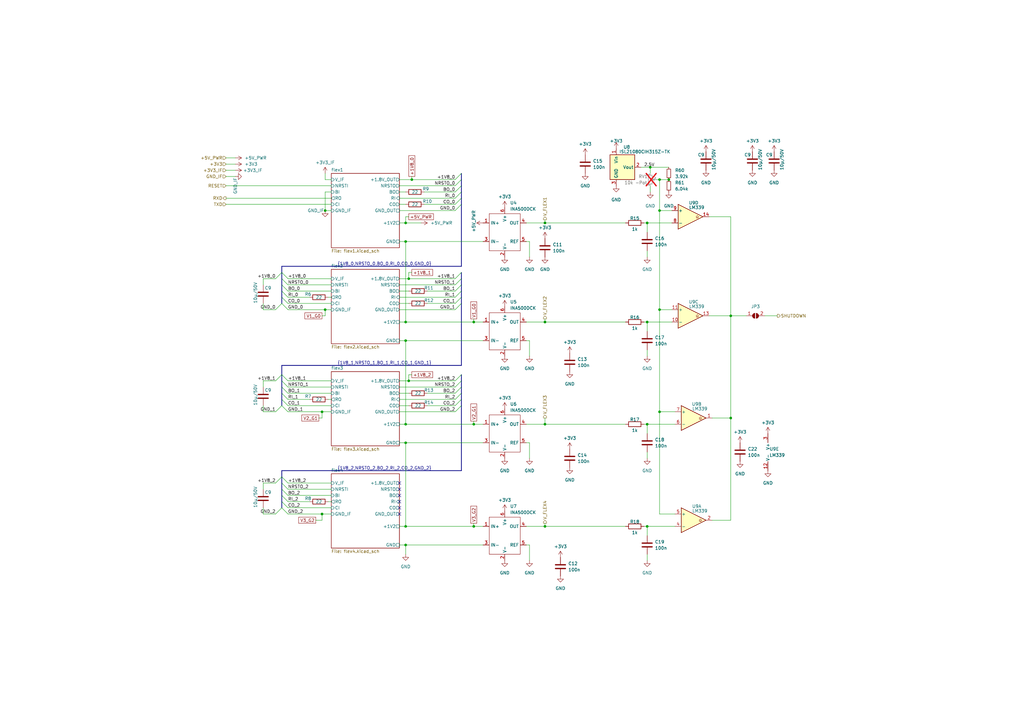
<source format=kicad_sch>
(kicad_sch (version 20231120) (generator "eeschema") (generator_version "8.0")
  (paper "A3")
  (lib_symbols
    (symbol "Comparator:LM339" (pin_names (offset 0.127))
      (property "Reference" "U" (at 0 5.08 0))
      (property "Value" "LM339" (at 0 -5.08 0))
      (symbol "LM339_1_1"
        (pin open_collector line (at 7.62 0 180) (length 2.54) (name "~") (number "2"))
        (pin input line (at -7.62 -2.54 0) (length 2.54) (name "-") (number "4"))
        (pin input line (at -7.62 2.54 0) (length 2.54) (name "+") (number "5"))
      )
      (symbol "LM339_2_1"
        (pin open_collector line (at 7.62 0 180) (length 2.54) (name "~") (number "1"))
        (pin input line (at -7.62 -2.54 0) (length 2.54) (name "-") (number "6"))
        (pin input line (at -7.62 2.54 0) (length 2.54) (name "+") (number "7"))
      )
      (symbol "LM339_3_1"
        (pin input line (at -7.62 -2.54 0) (length 2.54) (name "-") (number "10"))
        (pin input line (at -7.62 2.54 0) (length 2.54) (name "+") (number "11"))
        (pin open_collector line (at 7.62 0 180) (length 2.54) (name "~") (number "13"))
      )
      (symbol "LM339_4_1"
        (pin open_collector line (at 7.62 0 180) (length 2.54) (name "~") (number "14"))
        (pin input line (at -7.62 -2.54 0) (length 2.54) (name "-") (number "8"))
        (pin input line (at -7.62 2.54 0) (length 2.54) (name "+") (number "9"))
      )
      (symbol "LM339_5_1"
        (pin power_in line (at -2.54 -7.62 90) (length 3.81) (name "V-") (number "12"))
        (pin power_in line (at -2.54 7.62 270) (length 3.81) (name "V+") (number "3"))
      )
    )
    (symbol "Device:C" (pin_numbers hide) (pin_names (offset 0.254))
      (property "Reference" "C" (at 0.635 2.54 0))
      (property "Value" "C" (at 0.635 -2.54 0))
      (symbol "C_1_1"
        (pin passive line (at 0 3.81 270) (length 2.794) (name "~") (number "1"))
        (pin passive line (at 0 -3.81 90) (length 2.794) (name "~") (number "2"))
      )
    )
    (symbol "Device:R" (pin_numbers hide) (pin_names (offset 0))
      (property "Reference" "R" (at 2.032 0 90))
      (property "Value" "R" (at 0 0 90))
      (symbol "R_1_1"
        (pin passive line (at 0 3.81 270) (length 1.27) (name "~") (number "1"))
        (pin passive line (at 0 -3.81 90) (length 1.27) (name "~") (number "2"))
      )
    )
    (symbol "Device:R_Potentiometer_Small" (pin_names (offset 1.016) hide)
      (property "Reference" "RV" (at -4.445 0 90))
      (property "Value" "R_Potentiometer_Small" (at -2.54 0 90))
      (symbol "R_Potentiometer_Small_1_1"
        (pin passive line (at 0 2.54 270) (length 0.635) (name "1") (number "1"))
        (pin passive line (at 2.54 0 180) (length 0.9906) (name "2") (number "2"))
        (pin passive line (at 0 -2.54 90) (length 0.635) (name "3") (number "3"))
      )
    )
    (symbol "Device:R_Small" (pin_numbers hide) (pin_names (offset 0.254) hide)
      (property "Reference" "R" (at 0.762 0.508 0))
      (property "Value" "R_Small" (at 0.762 -1.016 0))
      (symbol "R_Small_1_1"
        (pin passive line (at 0 2.54 270) (length 0.762) (name "~") (number "1"))
        (pin passive line (at 0 -2.54 90) (length 0.762) (name "~") (number "2"))
      )
    )
    (symbol "Jumper:SolderJumper_2_Open" (pin_names (offset 0) hide)
      (property "Reference" "JP" (at 0 2.032 0))
      (property "Value" "SolderJumper_2_Open" (at 0 -2.54 0))
      (symbol "SolderJumper_2_Open_1_1"
        (pin passive line (at -3.81 0 0) (length 2.54) (name "A") (number "1"))
        (pin passive line (at 3.81 0 180) (length 2.54) (name "B") (number "2"))
      )
    )
    (symbol "Reference_Voltage:ISL21070CIH320Z-TK"
      (property "Reference" "U" (at -0.635 8.255 0))
      (property "Value" "ISL21070CIH320Z-TK" (at -1.905 6.35 0))
      (symbol "ISL21070CIH320Z-TK_1_1"
        (pin power_in line (at -2.54 7.62 270) (length 2.54) (name "Vin") (number "1"))
        (pin power_out line (at 7.62 0 180) (length 2.54) (name "Vout") (number "2"))
        (pin power_in line (at -2.54 -7.62 90) (length 2.54) (name "GND") (number "3"))
      )
    )
    (symbol "mylib7:+3V3_IF" (power) (pin_names (offset 0))
      (property "Value" "+3V3_IF" (at 0 5.08 0))
      (symbol "+3V3_IF_1_1"
        (pin power_in line (at 0 0 90) (length 0) hide (name "+3V3_IF") (number "1"))
      )
    )
    (symbol "mylib7:+5V_PWR" (power) (pin_names (offset 0))
      (property "Value" "+5V_PWR" (at 0 4.445 0))
      (symbol "+5V_PWR_1_1"
        (pin power_in line (at 0 0 90) (length 0) hide (name "+5V_PWR") (number "1"))
      )
    )
    (symbol "mylib7:GND_IF" (power) (pin_names (offset 0))
      (property "Value" "GND_IF" (at 0 -5.08 0))
      (symbol "GND_IF_1_1"
        (pin power_in line (at 0 0 270) (length 0) hide (name "GND_IF") (number "1"))
      )
    )
    (symbol "mylib7:INA500-DCK"
      (property "Reference" "U" (at 3.81 7.62 0))
      (property "Value" "INA500DCK" (at 7.62 -10.16 0))
      (symbol "INA500-DCK_1_1"
        (pin input line (at -7.62 2.54 0) (length 2.54) (name "IN+") (number "1"))
        (pin input line (at 1.27 -11.43 90) (length 2.54) (name "V-") (number "2"))
        (pin input line (at -7.62 -5.08 0) (length 2.54) (name "IN-") (number "3"))
        (pin input line (at 10.16 2.54 180) (length 2.54) (name "OUT") (number "4"))
        (pin input line (at 10.16 -5.08 180) (length 2.54) (name "REF") (number "5"))
        (pin input line (at 1.27 8.89 270) (length 2.54) (name "V+") (number "6"))
      )
    )
    (symbol "power:+3V3" (power) (pin_names (offset 0))
      (property "Value" "+3V3" (at 0 3.556 0))
      (symbol "+3V3_1_1"
        (pin power_in line (at 0 0 90) (length 0) hide (name "+3V3") (number "1"))
      )
    )
    (symbol "power:GND" (power) (pin_names (offset 0))
      (property "Value" "GND" (at 0 -3.81 0))
      (symbol "GND_1_1"
        (pin power_in line (at 0 0 270) (length 0) hide (name "GND") (number "1"))
      )
    )
  )
  (junction (at 166.37 173.99))
  (junction (at 223.52 173.99))
  (junction (at 132.08 210.82))
  (junction (at 194.31 132.08))
  (junction (at 265.43 215.9))
  (junction (at 270.51 168.91))
  (junction (at 299.72 129.54))
  (junction (at 166.37 91.44))
  (junction (at 266.7 68.58))
  (junction (at 133.35 86.36))
  (junction (at 166.37 99.06))
  (junction (at 133.35 127))
  (junction (at 132.08 168.91))
  (junction (at 223.52 132.08))
  (junction (at 265.43 132.08))
  (junction (at 223.52 91.44))
  (junction (at 223.52 215.9))
  (junction (at 270.51 73.66))
  (junction (at 265.43 173.99))
  (junction (at 166.37 215.9))
  (junction (at 166.37 139.7))
  (junction (at 166.37 181.61))
  (junction (at 270.51 127))
  (junction (at 270.51 86.36))
  (junction (at 274.32 73.66))
  (junction (at 167.64 156.21))
  (junction (at 194.31 215.9))
  (junction (at 194.31 173.99))
  (junction (at 299.72 171.45))
  (junction (at 167.64 114.3))
  (junction (at 265.43 91.44))
  (junction (at 166.37 223.52))
  (junction (at 168.91 73.66))
  (junction (at 166.37 132.08))
  (no_connect (at 163.83 203.2))
  (no_connect (at 163.83 208.28))
  (no_connect (at 163.83 205.74))
  (no_connect (at 163.83 198.12))
  (no_connect (at 163.83 200.66))
  (no_connect (at 163.83 210.82))
  (bus_entry (at 118.11 114.3) (size -2.54 -2.54))
  (bus_entry (at 118.11 158.75) (size -2.54 -2.54))
  (bus_entry (at 186.69 78.74) (size 2.54 -2.54))
  (bus_entry (at 186.69 168.91) (size 2.54 -2.54))
  (bus_entry (at 118.11 163.83) (size -2.54 -2.54))
  (bus_entry (at 113.03 114.3) (size 2.54 -2.54))
  (bus_entry (at 186.69 163.83) (size 2.54 -2.54))
  (bus_entry (at 186.69 73.66) (size 2.54 -2.54))
  (bus_entry (at 186.69 119.38) (size 2.54 -2.54))
  (bus_entry (at 186.69 124.46) (size 2.54 -2.54))
  (bus_entry (at 186.69 76.2) (size 2.54 -2.54))
  (bus_entry (at 118.11 116.84) (size -2.54 -2.54))
  (bus_entry (at 186.69 81.28) (size 2.54 -2.54))
  (bus_entry (at 113.03 156.21) (size 2.54 -2.54))
  (bus_entry (at 186.69 114.3) (size 2.54 -2.54))
  (bus_entry (at 113.03 198.12) (size 2.54 -2.54))
  (bus_entry (at 113.03 127) (size 2.54 -2.54))
  (bus_entry (at 118.11 210.82) (size -2.54 -2.54))
  (bus_entry (at 186.69 86.36) (size 2.54 -2.54))
  (bus_entry (at 118.11 168.91) (size -2.54 -2.54))
  (bus_entry (at 118.11 124.46) (size -2.54 -2.54))
  (bus_entry (at 118.11 166.37) (size -2.54 -2.54))
  (bus_entry (at 186.69 121.92) (size 2.54 -2.54))
  (bus_entry (at 118.11 208.28) (size -2.54 -2.54))
  (bus_entry (at 186.69 127) (size 2.54 -2.54))
  (bus_entry (at 118.11 121.92) (size -2.54 -2.54))
  (bus_entry (at 118.11 161.29) (size -2.54 -2.54))
  (bus_entry (at 186.69 156.21) (size 2.54 -2.54))
  (bus_entry (at 118.11 205.74) (size -2.54 -2.54))
  (bus_entry (at 186.69 116.84) (size 2.54 -2.54))
  (bus_entry (at 118.11 156.21) (size -2.54 -2.54))
  (bus_entry (at 186.69 158.75) (size 2.54 -2.54))
  (bus_entry (at 113.03 168.91) (size 2.54 -2.54))
  (bus_entry (at 118.11 200.66) (size -2.54 -2.54))
  (bus_entry (at 186.69 83.82) (size 2.54 -2.54))
  (bus_entry (at 113.03 210.82) (size 2.54 -2.54))
  (bus_entry (at 186.69 161.29) (size 2.54 -2.54))
  (bus_entry (at 118.11 127) (size -2.54 -2.54))
  (bus_entry (at 186.69 166.37) (size 2.54 -2.54))
  (bus_entry (at 118.11 203.2) (size -2.54 -2.54))
  (bus_entry (at 118.11 198.12) (size -2.54 -2.54))
  (bus_entry (at 118.11 119.38) (size -2.54 -2.54))
  (wire (pts (xy 92.71 81.28) (xy 135.89 81.28)))
  (wire (pts (xy 223.52 171.45) (xy 223.52 173.99)))
  (wire (pts (xy 290.83 88.9) (xy 299.72 88.9)))
  (wire (pts (xy 113.03 198.12) (xy 107.95 198.12)))
  (wire (pts (xy 270.51 73.66) (xy 274.32 73.66)))
  (wire (pts (xy 163.83 158.75) (xy 186.69 158.75)))
  (wire (pts (xy 266.7 76.2) (xy 266.7 78.74)))
  (wire (pts (xy 129.54 213.36) (xy 132.08 213.36)))
  (wire (pts (xy 166.37 139.7) (xy 166.37 173.99)))
  (wire (pts (xy 166.37 99.06) (xy 198.12 99.06)))
  (wire (pts (xy 134.62 205.74) (xy 135.89 205.74)))
  (bus (pts (xy 189.23 73.66) (xy 189.23 76.2)))
  (wire (pts (xy 132.08 168.91) (xy 135.89 168.91)))
  (wire (pts (xy 133.35 86.36) (xy 135.89 86.36)))
  (wire (pts (xy 118.11 121.92) (xy 127 121.92)))
  (wire (pts (xy 299.72 213.36) (xy 292.1 213.36)))
  (wire (pts (xy 168.91 111.76) (xy 167.64 111.76)))
  (wire (pts (xy 217.17 223.52) (xy 215.9 223.52)))
  (bus (pts (xy 115.57 153.67) (xy 115.57 156.21)))
  (wire (pts (xy 118.11 205.74) (xy 127 205.74)))
  (bus (pts (xy 189.23 83.82) (xy 189.23 109.22)))
  (wire (pts (xy 215.9 91.44) (xy 223.52 91.44)))
  (wire (pts (xy 118.11 116.84) (xy 135.89 116.84)))
  (wire (pts (xy 113.03 156.21) (xy 107.95 156.21)))
  (wire (pts (xy 175.26 119.38) (xy 186.69 119.38)))
  (bus (pts (xy 115.57 205.74) (xy 115.57 208.28)))
  (bus (pts (xy 115.57 121.92) (xy 115.57 124.46)))
  (wire (pts (xy 133.35 71.12) (xy 133.35 73.66)))
  (bus (pts (xy 115.57 195.58) (xy 115.57 198.12)))
  (wire (pts (xy 163.83 121.92) (xy 186.69 121.92)))
  (wire (pts (xy 215.9 173.99) (xy 223.52 173.99)))
  (wire (pts (xy 166.37 99.06) (xy 166.37 132.08)))
  (wire (pts (xy 270.51 86.36) (xy 275.59 86.36)))
  (wire (pts (xy 92.71 83.82) (xy 135.89 83.82)))
  (wire (pts (xy 163.83 215.9) (xy 166.37 215.9)))
  (wire (pts (xy 299.72 171.45) (xy 299.72 213.36)))
  (wire (pts (xy 265.43 132.08) (xy 275.59 132.08)))
  (wire (pts (xy 264.16 91.44) (xy 265.43 91.44)))
  (wire (pts (xy 107.95 198.12) (xy 107.95 200.66)))
  (wire (pts (xy 265.43 91.44) (xy 275.59 91.44)))
  (wire (pts (xy 163.83 124.46) (xy 167.64 124.46)))
  (wire (pts (xy 264.16 173.99) (xy 265.43 173.99)))
  (wire (pts (xy 113.03 114.3) (xy 107.95 114.3)))
  (bus (pts (xy 115.57 161.29) (xy 115.57 163.83)))
  (bus (pts (xy 189.23 119.38) (xy 189.23 121.92)))
  (bus (pts (xy 189.23 193.04) (xy 115.57 193.04)))
  (wire (pts (xy 163.83 81.28) (xy 186.69 81.28)))
  (wire (pts (xy 194.31 132.08) (xy 198.12 132.08)))
  (bus (pts (xy 189.23 109.22) (xy 115.57 109.22)))
  (bus (pts (xy 115.57 114.3) (xy 115.57 116.84)))
  (wire (pts (xy 135.89 78.74) (xy 133.35 78.74)))
  (wire (pts (xy 132.08 213.36) (xy 132.08 210.82)))
  (bus (pts (xy 115.57 119.38) (xy 115.57 121.92)))
  (wire (pts (xy 215.9 215.9) (xy 223.52 215.9)))
  (wire (pts (xy 118.11 168.91) (xy 132.08 168.91)))
  (wire (pts (xy 167.64 88.9) (xy 166.37 88.9)))
  (wire (pts (xy 265.43 185.42) (xy 265.43 187.96)))
  (wire (pts (xy 217.17 105.41) (xy 217.17 99.06)))
  (wire (pts (xy 163.83 163.83) (xy 186.69 163.83)))
  (wire (pts (xy 92.71 64.77) (xy 96.52 64.77)))
  (wire (pts (xy 118.11 200.66) (xy 135.89 200.66)))
  (wire (pts (xy 163.83 116.84) (xy 186.69 116.84)))
  (wire (pts (xy 118.11 161.29) (xy 135.89 161.29)))
  (wire (pts (xy 265.43 173.99) (xy 265.43 177.8)))
  (wire (pts (xy 132.08 210.82) (xy 135.89 210.82)))
  (wire (pts (xy 215.9 132.08) (xy 223.52 132.08)))
  (wire (pts (xy 264.16 215.9) (xy 265.43 215.9)))
  (wire (pts (xy 167.64 156.21) (xy 186.69 156.21)))
  (wire (pts (xy 92.71 69.85) (xy 96.52 69.85)))
  (wire (pts (xy 107.95 168.91) (xy 107.95 166.37)))
  (wire (pts (xy 163.83 91.44) (xy 166.37 91.44)))
  (wire (pts (xy 168.91 72.39) (xy 168.91 73.66)))
  (wire (pts (xy 132.08 129.54) (xy 133.35 129.54)))
  (bus (pts (xy 115.57 203.2) (xy 115.57 205.74)))
  (bus (pts (xy 115.57 163.83) (xy 115.57 166.37)))
  (wire (pts (xy 266.7 68.58) (xy 274.32 68.58)))
  (wire (pts (xy 163.83 139.7) (xy 166.37 139.7)))
  (wire (pts (xy 223.52 130.81) (xy 223.52 132.08)))
  (wire (pts (xy 118.11 156.21) (xy 135.89 156.21)))
  (wire (pts (xy 167.64 114.3) (xy 186.69 114.3)))
  (bus (pts (xy 189.23 114.3) (xy 189.23 116.84)))
  (wire (pts (xy 265.43 91.44) (xy 265.43 95.25)))
  (wire (pts (xy 166.37 215.9) (xy 194.31 215.9)))
  (wire (pts (xy 133.35 127) (xy 135.89 127)))
  (wire (pts (xy 175.26 124.46) (xy 186.69 124.46)))
  (wire (pts (xy 167.64 153.67) (xy 167.64 156.21)))
  (wire (pts (xy 107.95 114.3) (xy 107.95 116.84)))
  (wire (pts (xy 118.11 127) (xy 133.35 127)))
  (wire (pts (xy 163.83 161.29) (xy 167.64 161.29)))
  (bus (pts (xy 189.23 158.75) (xy 189.23 161.29)))
  (bus (pts (xy 189.23 71.12) (xy 189.23 73.66)))
  (wire (pts (xy 290.83 129.54) (xy 299.72 129.54)))
  (wire (pts (xy 223.52 91.44) (xy 256.54 91.44)))
  (wire (pts (xy 166.37 91.44) (xy 172.72 91.44)))
  (wire (pts (xy 163.83 83.82) (xy 166.37 83.82)))
  (wire (pts (xy 118.11 114.3) (xy 135.89 114.3)))
  (wire (pts (xy 266.7 68.58) (xy 266.7 71.12)))
  (bus (pts (xy 115.57 149.86) (xy 115.57 153.67)))
  (wire (pts (xy 166.37 88.9) (xy 166.37 91.44)))
  (wire (pts (xy 264.16 132.08) (xy 265.43 132.08)))
  (wire (pts (xy 118.11 158.75) (xy 135.89 158.75)))
  (wire (pts (xy 134.62 163.83) (xy 135.89 163.83)))
  (wire (pts (xy 166.37 181.61) (xy 163.83 181.61)))
  (wire (pts (xy 118.11 208.28) (xy 135.89 208.28)))
  (wire (pts (xy 107.95 210.82) (xy 107.95 208.28)))
  (wire (pts (xy 113.03 127) (xy 107.95 127)))
  (wire (pts (xy 92.71 76.2) (xy 135.89 76.2)))
  (bus (pts (xy 115.57 158.75) (xy 115.57 161.29)))
  (bus (pts (xy 189.23 124.46) (xy 189.23 149.86)))
  (bus (pts (xy 189.23 161.29) (xy 189.23 163.83)))
  (wire (pts (xy 265.43 215.9) (xy 265.43 219.71)))
  (bus (pts (xy 115.57 116.84) (xy 115.57 119.38)))
  (wire (pts (xy 265.43 227.33) (xy 265.43 229.87)))
  (wire (pts (xy 107.95 156.21) (xy 107.95 158.75)))
  (wire (pts (xy 194.31 214.63) (xy 194.31 215.9)))
  (wire (pts (xy 175.26 161.29) (xy 186.69 161.29)))
  (bus (pts (xy 189.23 121.92) (xy 189.23 124.46)))
  (wire (pts (xy 166.37 173.99) (xy 194.31 173.99)))
  (wire (pts (xy 118.11 210.82) (xy 132.08 210.82)))
  (wire (pts (xy 166.37 223.52) (xy 163.83 223.52)))
  (bus (pts (xy 189.23 156.21) (xy 189.23 158.75)))
  (wire (pts (xy 133.35 78.74) (xy 133.35 86.36)))
  (wire (pts (xy 132.08 171.45) (xy 132.08 168.91)))
  (wire (pts (xy 168.91 73.66) (xy 186.69 73.66)))
  (wire (pts (xy 194.31 130.81) (xy 194.31 132.08)))
  (wire (pts (xy 163.83 127) (xy 186.69 127)))
  (bus (pts (xy 189.23 111.76) (xy 189.23 114.3)))
  (wire (pts (xy 118.11 203.2) (xy 135.89 203.2)))
  (wire (pts (xy 270.51 168.91) (xy 276.86 168.91)))
  (bus (pts (xy 189.23 76.2) (xy 189.23 78.74)))
  (wire (pts (xy 118.11 119.38) (xy 135.89 119.38)))
  (wire (pts (xy 194.31 173.99) (xy 198.12 173.99)))
  (wire (pts (xy 265.43 173.99) (xy 276.86 173.99)))
  (wire (pts (xy 223.52 214.63) (xy 223.52 215.9)))
  (wire (pts (xy 270.51 73.66) (xy 270.51 86.36)))
  (wire (pts (xy 299.72 88.9) (xy 299.72 129.54)))
  (wire (pts (xy 118.11 198.12) (xy 135.89 198.12)))
  (wire (pts (xy 163.83 119.38) (xy 167.64 119.38)))
  (wire (pts (xy 133.35 73.66) (xy 135.89 73.66)))
  (bus (pts (xy 189.23 153.67) (xy 189.23 156.21)))
  (wire (pts (xy 269.24 73.66) (xy 270.51 73.66)))
  (wire (pts (xy 175.26 166.37) (xy 186.69 166.37)))
  (bus (pts (xy 189.23 78.74) (xy 189.23 81.28)))
  (wire (pts (xy 118.11 166.37) (xy 135.89 166.37)))
  (wire (pts (xy 163.83 173.99) (xy 166.37 173.99)))
  (wire (pts (xy 113.03 210.82) (xy 107.95 210.82)))
  (wire (pts (xy 270.51 168.91) (xy 270.51 210.82)))
  (wire (pts (xy 134.62 121.92) (xy 135.89 121.92)))
  (wire (pts (xy 270.51 86.36) (xy 270.51 127)))
  (wire (pts (xy 223.52 215.9) (xy 256.54 215.9)))
  (wire (pts (xy 166.37 227.33) (xy 166.37 223.52)))
  (wire (pts (xy 163.83 166.37) (xy 167.64 166.37)))
  (wire (pts (xy 265.43 215.9) (xy 276.86 215.9)))
  (wire (pts (xy 265.43 102.87) (xy 265.43 105.41)))
  (wire (pts (xy 92.71 67.31) (xy 96.52 67.31)))
  (wire (pts (xy 173.99 83.82) (xy 186.69 83.82)))
  (wire (pts (xy 163.83 168.91) (xy 186.69 168.91)))
  (bus (pts (xy 189.23 163.83) (xy 189.23 166.37)))
  (wire (pts (xy 163.83 78.74) (xy 166.37 78.74)))
  (wire (pts (xy 92.71 72.39) (xy 96.52 72.39)))
  (wire (pts (xy 133.35 129.54) (xy 133.35 127)))
  (wire (pts (xy 299.72 129.54) (xy 299.72 171.45)))
  (bus (pts (xy 115.57 193.04) (xy 115.57 195.58)))
  (bus (pts (xy 115.57 156.21) (xy 115.57 158.75)))
  (wire (pts (xy 217.17 229.87) (xy 217.17 223.52)))
  (wire (pts (xy 173.99 78.74) (xy 186.69 78.74)))
  (bus (pts (xy 189.23 116.84) (xy 189.23 119.38)))
  (wire (pts (xy 217.17 187.96) (xy 217.17 181.61)))
  (wire (pts (xy 166.37 99.06) (xy 163.83 99.06)))
  (bus (pts (xy 115.57 200.66) (xy 115.57 203.2)))
  (wire (pts (xy 163.83 114.3) (xy 167.64 114.3)))
  (wire (pts (xy 265.43 132.08) (xy 265.43 135.89)))
  (wire (pts (xy 163.83 86.36) (xy 186.69 86.36)))
  (wire (pts (xy 270.51 210.82) (xy 276.86 210.82)))
  (wire (pts (xy 166.37 139.7) (xy 198.12 139.7)))
  (wire (pts (xy 166.37 223.52) (xy 198.12 223.52)))
  (wire (pts (xy 118.11 163.83) (xy 127 163.83)))
  (wire (pts (xy 265.43 143.51) (xy 265.43 146.05)))
  (wire (pts (xy 163.83 156.21) (xy 167.64 156.21)))
  (wire (pts (xy 223.52 173.99) (xy 256.54 173.99)))
  (wire (pts (xy 130.81 171.45) (xy 132.08 171.45)))
  (wire (pts (xy 292.1 171.45) (xy 299.72 171.45)))
  (wire (pts (xy 113.03 168.91) (xy 107.95 168.91)))
  (wire (pts (xy 194.31 215.9) (xy 198.12 215.9)))
  (wire (pts (xy 217.17 146.05) (xy 217.17 139.7)))
  (wire (pts (xy 217.17 181.61) (xy 215.9 181.61)))
  (wire (pts (xy 270.51 127) (xy 275.59 127)))
  (bus (pts (xy 189.23 166.37) (xy 189.23 193.04)))
  (bus (pts (xy 189.23 81.28) (xy 189.23 83.82)))
  (wire (pts (xy 163.83 132.08) (xy 166.37 132.08)))
  (wire (pts (xy 163.83 76.2) (xy 186.69 76.2)))
  (wire (pts (xy 166.37 181.61) (xy 166.37 215.9)))
  (wire (pts (xy 194.31 172.72) (xy 194.31 173.99)))
  (bus (pts (xy 115.57 198.12) (xy 115.57 200.66)))
  (wire (pts (xy 313.69 129.54) (xy 318.77 129.54)))
  (wire (pts (xy 167.64 111.76) (xy 167.64 114.3)))
  (wire (pts (xy 107.95 127) (xy 107.95 124.46)))
  (wire (pts (xy 217.17 99.06) (xy 215.9 99.06)))
  (wire (pts (xy 270.51 127) (xy 270.51 168.91)))
  (wire (pts (xy 166.37 132.08) (xy 194.31 132.08)))
  (wire (pts (xy 168.91 153.67) (xy 167.64 153.67)))
  (wire (pts (xy 223.52 90.17) (xy 223.52 91.44)))
  (wire (pts (xy 166.37 181.61) (xy 198.12 181.61)))
  (wire (pts (xy 223.52 132.08) (xy 256.54 132.08)))
  (bus (pts (xy 115.57 109.22) (xy 115.57 111.76)))
  (wire (pts (xy 217.17 139.7) (xy 215.9 139.7)))
  (bus (pts (xy 115.57 111.76) (xy 115.57 114.3)))
  (wire (pts (xy 163.83 73.66) (xy 168.91 73.66)))
  (wire (pts (xy 118.11 124.46) (xy 135.89 124.46)))
  (bus (pts (xy 115.57 149.86) (xy 189.23 149.86)))
  (wire (pts (xy 299.72 129.54) (xy 306.07 129.54)))
  (wire (pts (xy 262.89 68.58) (xy 266.7 68.58)))
  (label "RI_1" (at 186.69 121.92 180))
  (label "BO_1" (at 186.69 119.38 180))
  (label "NRSTO_2" (at 186.69 158.75 180))
  (label "GND_2" (at 118.11 210.82 0))
  (label "RI_2" (at 118.11 205.74 0))
  (label "GND_2" (at 186.69 168.91 180))
  (label "BO_0" (at 186.69 78.74 180))
  (label "RI_0" (at 186.69 81.28 180))
  (label "RI_2" (at 186.69 163.83 180))
  (label "GND_1" (at 118.11 168.91 0))
  (label "+1V8_0" (at 118.11 114.3 0))
  (label "+1V8_2" (at 113.03 198.12 180))
  (label "+1V8_2" (at 186.69 156.21 180))
  (label "CO_2" (at 118.11 208.28 0))
  (label "NRSTO_2" (at 118.11 200.66 0))
  (label "NRSTO_0" (at 118.11 116.84 0))
  (label "CO_1" (at 186.69 124.46 180))
  (label "+1V8_1" (at 113.03 156.21 180))
  (label "NRSTO_0" (at 186.69 76.2 180))
  (label "CO_2" (at 186.69 166.37 180))
  (label "+1V8_1" (at 186.69 114.3 180))
  (label "NRSTO_1" (at 186.69 116.84 180))
  (label "{1V8_2,NRSTO_2,BO_2,RI_2,CO_2,GND_2}" (at 138.43 193.04 0))
  (label "2.5V" (at 264.16 68.58 0))
  (label "RI_0" (at 118.11 121.92 0))
  (label "+1V8_2" (at 118.11 198.12 0))
  (label "GND_0" (at 118.11 127 0))
  (label "{1V8_1,NRSTO_1,BO_1,RI_1,CO_1,GND_1}" (at 138.43 149.86 0))
  (label "BO_0" (at 118.11 119.38 0))
  (label "+1V8_0" (at 186.69 73.66 180))
  (label "NRSTO_1" (at 118.11 158.75 0))
  (label "GND_0" (at 113.03 127 180))
  (label "GND_2" (at 113.03 210.82 180))
  (label "CO_1" (at 118.11 166.37 0))
  (label "{1V8_0,NRSTO_0,BO_0,RI_0,CO_0,GND_0}" (at 138.43 109.22 0))
  (label "CO_0" (at 186.69 83.82 180))
  (label "+1V8_1" (at 118.11 156.21 0))
  (label "RI_1" (at 118.11 163.83 0))
  (label "CO_0" (at 118.11 124.46 0))
  (label "GND_1" (at 186.69 127 180))
  (label "BO_2" (at 186.69 161.29 180))
  (label "BO_2" (at 118.11 203.2 0))
  (label "+1V8_0" (at 113.03 114.3 180))
  (label "GND_0" (at 186.69 86.36 180))
  (label "GND_1" (at 113.03 168.91 180))
  (label "BO_1" (at 118.11 161.29 0))
  (global_label "V3_G2" (shape passive) (at 194.31 214.63 90) (property "Intersheetrefs" "${INTERSHEET_REFS}" (effects (hide yes))))
  (global_label "V3_G2" (shape passive) (at 129.54 213.36 180) (property "Intersheetrefs" "${INTERSHEET_REFS}" (effects (hide yes))))
  (global_label "+1V8_1" (shape passive) (at 168.91 111.76 0) (property "Intersheetrefs" "${INTERSHEET_REFS}" (effects (hide yes))))
  (global_label "+1V8_0" (shape passive) (at 168.91 72.39 90) (property "Intersheetrefs" "${INTERSHEET_REFS}" (effects (hide yes))))
  (global_label "V2_G1" (shape passive) (at 130.81 171.45 180) (property "Intersheetrefs" "${INTERSHEET_REFS}" (effects (hide yes))))
  (global_label "V2_G1" (shape passive) (at 194.31 172.72 90) (property "Intersheetrefs" "${INTERSHEET_REFS}" (effects (hide yes))))
  (global_label "V1_G0" (shape passive) (at 194.31 130.81 90) (property "Intersheetrefs" "${INTERSHEET_REFS}" (effects (hide yes))))
  (global_label "V1_G0" (shape passive) (at 132.08 129.54 180) (property "Intersheetrefs" "${INTERSHEET_REFS}" (effects (hide yes))))
  (global_label "+1V8_2" (shape passive) (at 168.91 153.67 0) (property "Intersheetrefs" "${INTERSHEET_REFS}" (effects (hide yes))))
  (global_label "+5V_PWR" (shape passive) (at 167.64 88.9 0) (property "Intersheetrefs" "${INTERSHEET_REFS}" (effects (hide yes))))
  (hierarchical_label "SHUTDOWN" (shape output) (at 318.77 129.54 0))
  (hierarchical_label "V_FLEX2" (shape output) (at 223.52 130.81 90))
  (hierarchical_label "V_FLEX4" (shape output) (at 223.52 214.63 90))
  (hierarchical_label "V_FLEX1" (shape output) (at 223.52 90.17 90))
  (hierarchical_label "RESET" (shape input) (at 92.71 76.2 180))
  (hierarchical_label "+5V_PWR" (shape input) (at 92.71 64.77 180))
  (hierarchical_label "V_FLEX3" (shape output) (at 223.52 171.45 90))
  (hierarchical_label "+3V3" (shape input) (at 92.71 67.31 180))
  (hierarchical_label "+3V3_IF" (shape input) (at 92.71 69.85 180))
  (hierarchical_label "TXD" (shape input) (at 92.71 83.82 180))
  (hierarchical_label "GND_IF" (shape input) (at 92.71 72.39 180))
  (hierarchical_label "RXD" (shape output) (at 92.71 81.28 180))
  (symbol (lib_id "power:GND") (at 274.32 78.74 0) (unit 1)
    (property "Reference" "#PWR0390" (effects (hide yes)))
    (property "Value" "GND" (at 274.32 84.455 0))
  )
  (symbol (lib_id "power:+3V3") (at 233.68 184.15 0) (unit 1)
    (property "Reference" "#PWR065" (effects (hide yes)))
    (property "Value" "+3V3" (at 233.68 179.705 0))
  )
  (symbol (lib_id "power:GND") (at 317.5 69.85 0) (unit 1)
    (property "Reference" "#PWR086" (effects (hide yes)))
    (property "Value" "GND" (at 317.5 74.93 0))
  )
  (symbol (lib_id "Device:C") (at 265.43 139.7 0) (unit 1)
    (property "Reference" "C17" (at 268.605 138.43 0) (effects (justify left)))
    (property "Value" "100n" (at 268.605 140.97 0) (effects (justify left)))
    (property "Footprint" "Capacitor_SMD:C_0603_1608Metric" (effects (hide yes)))
    (property "Distributor" "D" (effects (hide yes)))
    (property "Manufacturer" "CC0603KRX5R9BB104" (effects (hide yes)))
    (property "OrderNr" "311-4046-1-ND" (effects (hide yes)))
  )
  (symbol (lib_id "power:+3V3") (at 252.73 60.96 0) (unit 1)
    (property "Reference" "#PWR069" (effects (hide yes)))
    (property "Value" "+3V3" (at 252.73 57.785 0))
  )
  (symbol (lib_id "Device:C") (at 240.03 67.31 0) (unit 1)
    (property "Reference" "C15" (at 243.205 66.04 0) (effects (justify left)))
    (property "Value" "100n" (at 243.205 68.58 0) (effects (justify left)))
    (property "Footprint" "Capacitor_SMD:C_0603_1608Metric" (effects (hide yes)))
    (property "Manufacturer" "CC0603KRX5R9BB104" (effects (hide yes)))
    (property "Distributor" "D" (effects (hide yes)))
    (property "OrderNr" "311-4046-1-ND" (effects (hide yes)))
  )
  (symbol (lib_id "Device:C") (at 233.68 187.96 0) (unit 1)
    (property "Reference" "C14" (at 236.855 186.69 0) (effects (justify left)))
    (property "Value" "100n" (at 236.855 189.23 0) (effects (justify left)))
    (property "Footprint" "Capacitor_SMD:C_0603_1608Metric" (effects (hide yes)))
    (property "Manufacturer" "CC0603KRX5R9BB104" (effects (hide yes)))
    (property "Distributor" "D" (effects (hide yes)))
    (property "OrderNr" "311-4046-1-ND" (effects (hide yes)))
  )
  (symbol (lib_id "mylib7:INA500-DCK") (at 205.74 93.98 0) (unit 1)
    (property "Reference" "U4" (at 209.2041 83.185 0) (effects (justify left)))
    (property "Value" "INA500DCK" (at 209.2041 85.725 0) (effects (justify left)))
    (property "Footprint" "Package_TO_SOT_SMD:SOT-363_SC-70-6" (effects (hide yes)))
    (property "Distributor" "D" (effects (hide yes)))
    (property "Manufacturer" "INA500AIDCKR" (effects (hide yes)))
    (property "OrderNr" "296-INA500AIDCKRCT-ND" (effects (hide yes)))
  )
  (symbol (lib_id "Device:R") (at 260.35 215.9 90) (unit 1)
    (property "Reference" "R18" (at 260.35 213.995 90))
    (property "Value" "1k" (at 260.35 218.44 90))
    (property "Footprint" "Resistor_SMD:R_0603_1608Metric" (effects (hide yes)))
    (property "Manufacturer" "RCS06031K00FKEA" (effects (hide yes)))
    (property "DK-Partnumber" "541-1.00KHCT-ND" (effects (hide yes)))
    (property "Distributor" "D" (effects (hide yes)))
    (property "OrderNr" "541-2788-1-ND" (effects (hide yes)))
  )
  (symbol (lib_id "Device:R") (at 171.45 124.46 90) (unit 1)
    (property "Reference" "R12" (at 175.895 123.19 90))
    (property "Value" "22" (at 171.45 124.46 90))
    (property "Footprint" "Resistor_SMD:R_0603_1608Metric" (effects (hide yes)))
    (property "Manufacturer" "RK73B1JTTD220J" (effects (hide yes)))
    (property "Distributor" "D" (effects (hide yes)))
    (property "OrderNr" "2019-RK73B1JTTD220JCT-ND" (effects (hide yes)))
  )
  (symbol (lib_id "Device:C") (at 289.56 66.04 0) (mirror y) (unit 1)
    (property "Reference" "C9" (at 288.925 63.5 0) (effects (justify left)))
    (property "Value" "10µ/50V" (at 292.735 69.85 90) (effects (justify left)))
    (property "Footprint" "Capacitor_SMD:C_1206_3216Metric" (effects (hide yes)))
    (property "Distributor" "D" (effects (hide yes)))
    (property "Manufacturer" "CL31A106MBHNNNE" (effects (hide yes)))
    (property "OrderNr" "1276-6736-1-ND" (effects (hide yes)))
    (instances (project "pferdibank" (path "" (reference "C9") (unit 1))) (project "power" (path "" (reference "C20") (unit 1))) (project "8]axe" (path "" (reference "C20") (unit 1))))
  )
  (symbol (lib_id "power:GND") (at 217.17 229.87 0) (unit 1)
    (property "Reference" "#PWR058" (effects (hide yes)))
    (property "Value" "GND" (at 217.17 234.95 0))
  )
  (symbol (lib_id "power:GND") (at 233.68 191.77 0) (unit 1)
    (property "Reference" "#PWR066" (effects (hide yes)))
    (property "Value" "GND" (at 233.68 196.85 0))
  )
  (symbol (lib_id "Comparator:LM339") (at 284.48 171.45 0) (unit 2)
    (property "Reference" "U9" (at 285.75 165.735 0))
    (property "Value" "LM339" (at 287.02 167.64 0))
    (property "Footprint" "Package_SO:SOIC-14_3.9x8.7mm_P1.27mm" (effects (hide yes)))
    (property "Datasheet" "https://www.st.com/resource/en/datasheet/lm139.pdf" (effects (hide yes)))
    (property "Distributor" "D" (effects (hide yes)))
    (property "Manufacturer" "LM339DR" (effects (hide yes)))
    (property "OrderNr" "296-1013-1-ND" (effects (hide yes)))
  )
  (symbol (lib_id "Device:C") (at 308.61 66.04 0) (mirror y) (unit 1)
    (property "Reference" "C9" (at 307.975 63.5 0) (effects (justify left)))
    (property "Value" "10µ/50V" (at 311.785 69.85 90) (effects (justify left)))
    (property "Footprint" "Capacitor_SMD:C_1206_3216Metric" (effects (hide yes)))
    (property "Distributor" "D" (effects (hide yes)))
    (property "Manufacturer" "CL31A106MBHNNNE" (effects (hide yes)))
    (property "OrderNr" "1276-6736-1-ND" (effects (hide yes)))
    (instances (project "pferdibank" (path "" (reference "C9") (unit 1))) (project "power" (path "" (reference "C20") (unit 1))) (project "8]axe" (path "" (reference "C23") (unit 1))))
  )
  (symbol (lib_id "mylib7:INA500-DCK") (at 205.74 218.44 0) (unit 1)
    (property "Reference" "U7" (at 209.2041 207.645 0) (effects (justify left)))
    (property "Value" "INA500DCK" (at 209.2041 210.185 0) (effects (justify left)))
    (property "Footprint" "Package_TO_SOT_SMD:SOT-363_SC-70-6" (effects (hide yes)))
    (property "Distributor" "D" (effects (hide yes)))
    (property "Manufacturer" "INA500AIDCKR" (effects (hide yes)))
    (property "OrderNr" "296-INA500AIDCKRCT-ND" (effects (hide yes)))
  )
  (symbol (lib_id "power:GND") (at 166.37 227.33 0) (unit 1)
    (property "Reference" "#PWR030" (effects (hide yes)))
    (property "Value" "GND" (at 166.37 232.41 0))
  )
  (symbol (lib_id "power:+3V3") (at 314.96 177.8 0) (unit 1)
    (property "Reference" "#PWR083" (effects (hide yes)))
    (property "Value" "+3V3" (at 314.96 173.355 0))
  )
  (symbol (lib_id "Device:C") (at 107.95 162.56 0) (unit 1)
    (property "Reference" "C9" (at 108.585 160.02 0) (effects (justify left)))
    (property "Value" "10µ/50V" (at 104.775 166.37 90) (effects (justify left)))
    (property "Footprint" "Capacitor_SMD:C_1206_3216Metric" (effects (hide yes)))
    (property "Distributor" "D" (effects (hide yes)))
    (property "Manufacturer" "CL31A106MBHNNNE" (effects (hide yes)))
    (property "OrderNr" "1276-6736-1-ND" (effects (hide yes)))
    (instances (project "pferdibank" (path "" (reference "C9") (unit 1))) (project "power" (path "" (reference "C20") (unit 1))) (project "8]axe" (path "" (reference "C9") (unit 1))))
  )
  (symbol (lib_id "power:GND") (at 265.43 105.41 0) (unit 1)
    (property "Reference" "#PWR071" (effects (hide yes)))
    (property "Value" "GND" (at 265.43 110.49 0))
  )
  (symbol (lib_id "power:+3V3") (at 223.52 97.79 0) (unit 1)
    (property "Reference" "#PWR059" (effects (hide yes)))
    (property "Value" "+3V3" (at 223.52 93.345 0))
  )
  (symbol (lib_id "Device:R_Potentiometer_Small") (at 266.7 73.66 0) (unit 1) (in_bom no) (dnp yes)
    (property "Reference" "RV1" (at 265.684 72.39 0) (effects (justify right)))
    (property "Value" "10k -Pot" (at 265.43 74.93 0) (effects (justify right)))
    (property "Footprint" "Potentiometer_SMD:Potentiometer_Bourns_3214X_Vertical" (effects (hide yes)))
    (property "Description" "Potentiometer" (effects (hide yes)))
    (property "Distributor" "D" (effects (hide yes)))
    (property "Manufacturer" "3214X-1-103E" (effects (hide yes)))
    (property "OrderNr" "3214X-1-103ECT-ND" (effects (hide yes)))
  )
  (symbol (lib_id "mylib7:INA500-DCK") (at 205.74 134.62 0) (unit 1)
    (property "Reference" "U5" (at 209.2041 123.825 0) (effects (justify left)))
    (property "Value" "INA500DCK" (at 209.2041 126.365 0) (effects (justify left)))
    (property "Footprint" "Package_TO_SOT_SMD:SOT-363_SC-70-6" (effects (hide yes)))
    (property "Distributor" "D" (effects (hide yes)))
    (property "Manufacturer" "INA500AIDCKR" (effects (hide yes)))
    (property "OrderNr" "296-INA500AIDCKRCT-ND" (effects (hide yes)))
  )
  (symbol (lib_id "Device:C") (at 265.43 223.52 0) (unit 1)
    (property "Reference" "C19" (at 268.605 222.25 0) (effects (justify left)))
    (property "Value" "100n" (at 268.605 224.79 0) (effects (justify left)))
    (property "Footprint" "Capacitor_SMD:C_0603_1608Metric" (effects (hide yes)))
    (property "Distributor" "D" (effects (hide yes)))
    (property "Manufacturer" "CC0603KRX5R9BB104" (effects (hide yes)))
    (property "OrderNr" "311-4046-1-ND" (effects (hide yes)))
  )
  (symbol (lib_id "power:+3V3") (at 229.87 228.6 0) (unit 1)
    (property "Reference" "#PWR061" (effects (hide yes)))
    (property "Value" "+3V3" (at 229.87 224.155 0))
  )
  (symbol (lib_id "Device:R") (at 260.35 173.99 90) (unit 1)
    (property "Reference" "R17" (at 260.35 172.085 90))
    (property "Value" "1k" (at 260.35 176.53 90))
    (property "Footprint" "Resistor_SMD:R_0603_1608Metric" (effects (hide yes)))
    (property "Manufacturer" "RCS06031K00FKEA" (effects (hide yes)))
    (property "DK-Partnumber" "541-1.00KHCT-ND" (effects (hide yes)))
    (property "Distributor" "D" (effects (hide yes)))
    (property "OrderNr" "541-2788-1-ND" (effects (hide yes)))
  )
  (symbol (lib_id "mylib7:+5V_PWR") (at 198.12 91.44 90) (unit 1)
    (property "Reference" "#PWR046" (effects (hide yes)))
    (property "Value" "+5V_PWR" (at 194.31 95.25 0) (effects (justify left)))
  )
  (symbol (lib_id "Device:R") (at 171.45 119.38 90) (unit 1)
    (property "Reference" "R11" (at 175.895 118.11 90))
    (property "Value" "22" (at 171.45 119.38 90))
    (property "Footprint" "Resistor_SMD:R_0603_1608Metric" (effects (hide yes)))
    (property "Manufacturer" "RK73B1JTTD220J" (effects (hide yes)))
    (property "Distributor" "D" (effects (hide yes)))
    (property "OrderNr" "2019-RK73B1JTTD220JCT-ND" (effects (hide yes)))
  )
  (symbol (lib_id "mylib7:+3V3_IF") (at 96.52 69.85 270) (unit 1)
    (property "Reference" "#PWR040" (effects (hide yes)))
    (property "Value" "+3V3_IF" (at 99.695 69.85 90) (effects (justify left)))
  )
  (symbol (lib_id "Device:C") (at 229.87 232.41 0) (unit 1)
    (property "Reference" "C12" (at 233.045 231.14 0) (effects (justify left)))
    (property "Value" "100n" (at 233.045 233.68 0) (effects (justify left)))
    (property "Footprint" "Capacitor_SMD:C_0603_1608Metric" (effects (hide yes)))
    (property "Manufacturer" "CC0603KRX5R9BB104" (effects (hide yes)))
    (property "Distributor" "D" (effects (hide yes)))
    (property "OrderNr" "311-4046-1-ND" (effects (hide yes)))
  )
  (symbol (lib_id "Jumper:SolderJumper_2_Open") (at 309.88 129.54 0) (unit 1)
    (property "Reference" "JP3" (at 309.88 125.73 0))
    (property "Value" "SolderJumper_2_Open" (effects (hide yes)))
    (property "Footprint" "Jumper:SolderJumper-2_P1.3mm_Open_RoundedPad1.0x1.5mm" (effects (hide yes)))
    (property "Distributor" "-" (effects (hide yes)))
  )
  (symbol (lib_id "power:GND") (at 265.43 146.05 0) (unit 1)
    (property "Reference" "#PWR072" (effects (hide yes)))
    (property "Value" "GND" (at 265.43 151.13 0))
  )
  (symbol (lib_id "power:GND") (at 308.61 69.85 0) (unit 1)
    (property "Reference" "#PWR082" (effects (hide yes)))
    (property "Value" "GND" (at 308.61 74.93 0))
  )
  (symbol (lib_id "Device:R") (at 130.81 205.74 90) (unit 1)
    (property "Reference" "R8" (at 126.365 204.47 90))
    (property "Value" "22" (at 130.81 205.74 90))
    (property "Footprint" "Resistor_SMD:R_0603_1608Metric" (effects (hide yes)))
    (property "Manufacturer" "RK73B1JTTD220J" (effects (hide yes)))
    (property "Distributor" "D" (effects (hide yes)))
    (property "OrderNr" "2019-RK73B1JTTD220JCT-ND" (effects (hide yes)))
  )
  (symbol (lib_id "Device:C") (at 317.5 66.04 0) (mirror y) (unit 1)
    (property "Reference" "C9" (at 316.865 63.5 0) (effects (justify left)))
    (property "Value" "10µ/50V" (at 320.675 69.85 90) (effects (justify left)))
    (property "Footprint" "Capacitor_SMD:C_1206_3216Metric" (effects (hide yes)))
    (property "Distributor" "D" (effects (hide yes)))
    (property "Manufacturer" "CL31A106MBHNNNE" (effects (hide yes)))
    (property "OrderNr" "1276-6736-1-ND" (effects (hide yes)))
    (instances (project "pferdibank" (path "" (reference "C9") (unit 1))) (project "power" (path "" (reference "C20") (unit 1))) (project "8]axe" (path "" (reference "C24") (unit 1))))
  )
  (symbol (lib_id "power:+3V3") (at 240.03 63.5 0) (unit 1)
    (property "Reference" "#PWR067" (effects (hide yes)))
    (property "Value" "+3V3" (at 240.03 59.055 0))
  )
  (symbol (lib_id "mylib7:INA500-DCK") (at 205.74 176.53 0) (unit 1)
    (property "Reference" "U6" (at 209.2041 165.735 0) (effects (justify left)))
    (property "Value" "INA500DCK" (at 209.2041 168.275 0) (effects (justify left)))
    (property "Footprint" "Package_TO_SOT_SMD:SOT-363_SC-70-6" (effects (hide yes)))
    (property "Distributor" "D" (effects (hide yes)))
    (property "Manufacturer" "INA500AIDCKR" (effects (hide yes)))
    (property "OrderNr" "296-INA500AIDCKRCT-ND" (effects (hide yes)))
  )
  (symbol (lib_id "power:GND") (at 233.68 152.4 0) (unit 1)
    (property "Reference" "#PWR064" (effects (hide yes)))
    (property "Value" "GND" (at 233.68 157.48 0))
  )
  (symbol (lib_id "Comparator:LM339") (at 283.21 129.54 0) (unit 3)
    (property "Reference" "U9" (at 284.48 123.825 0))
    (property "Value" "LM339" (at 285.75 125.73 0))
    (property "Footprint" "Package_SO:SOIC-14_3.9x8.7mm_P1.27mm" (effects (hide yes)))
    (property "Datasheet" "https://www.st.com/resource/en/datasheet/lm139.pdf" (effects (hide yes)))
    (property "Distributor" "D" (effects (hide yes)))
    (property "Manufacturer" "LM339DR" (effects (hide yes)))
    (property "OrderNr" "296-1013-1-ND" (effects (hide yes)))
  )
  (symbol (lib_id "Device:R") (at 170.18 83.82 90) (unit 1)
    (property "Reference" "R10" (at 175.26 82.55 90))
    (property "Value" "22" (at 170.18 83.82 90))
    (property "Footprint" "Resistor_SMD:R_0603_1608Metric" (effects (hide yes)))
    (property "Manufacturer" "RK73B1JTTD220J" (effects (hide yes)))
    (property "Distributor" "D" (effects (hide yes)))
    (property "OrderNr" "2019-RK73B1JTTD220JCT-ND" (effects (hide yes)))
  )
  (symbol (lib_id "power:GND") (at 217.17 146.05 0) (unit 1)
    (property "Reference" "#PWR056" (effects (hide yes)))
    (property "Value" "GND" (at 217.17 151.13 0))
  )
  (symbol (lib_id "Comparator:LM339") (at 317.5 185.42 0) (unit 5)
    (property "Reference" "U9" (at 315.595 184.15 0) (effects (justify left)))
    (property "Value" "LM339" (at 315.595 186.69 0) (effects (justify left)))
    (property "Footprint" "Package_SO:SOIC-14_3.9x8.7mm_P1.27mm" (effects (hide yes)))
    (property "Datasheet" "https://www.st.com/resource/en/datasheet/lm139.pdf" (effects (hide yes)))
    (property "OrderNr" "296-1013-1-ND" (effects (hide yes)))
    (property "Distributor" "D" (effects (hide yes)))
    (property "Manufacturer" "LM339DR" (effects (hide yes)))
  )
  (symbol (lib_id "power:+3V3") (at 289.56 62.23 0) (unit 1)
    (property "Reference" "#PWR075" (effects (hide yes)))
    (property "Value" "+3V3" (at 289.56 57.785 0))
  )
  (symbol (lib_id "Device:C") (at 107.95 120.65 0) (unit 1)
    (property "Reference" "C9" (at 108.585 118.11 0) (effects (justify left)))
    (property "Value" "10µ/50V" (at 104.775 124.46 90) (effects (justify left)))
    (property "Footprint" "Capacitor_SMD:C_1206_3216Metric" (effects (hide yes)))
    (property "Distributor" "D" (effects (hide yes)))
    (property "Manufacturer" "CL31A106MBHNNNE" (effects (hide yes)))
    (property "OrderNr" "1276-6736-1-ND" (effects (hide yes)))
    (instances (project "pferdibank" (path "" (reference "C9") (unit 1))) (project "power" (path "" (reference "C20") (unit 1))) (project "8]axe" (path "" (reference "C8") (unit 1))))
  )
  (symbol (lib_id "Device:R") (at 130.81 121.92 90) (unit 1)
    (property "Reference" "R6" (at 126.365 120.65 90))
    (property "Value" "22" (at 130.81 121.92 90))
    (property "Footprint" "Resistor_SMD:R_0603_1608Metric" (effects (hide yes)))
    (property "Manufacturer" "RK73B1JTTD220J" (effects (hide yes)))
    (property "Distributor" "D" (effects (hide yes)))
    (property "OrderNr" "2019-RK73B1JTTD220JCT-ND" (effects (hide yes)))
  )
  (symbol (lib_id "power:GND") (at 314.96 193.04 0) (unit 1)
    (property "Reference" "#PWR084" (effects (hide yes)))
    (property "Value" "GND" (at 314.96 198.12 0))
  )
  (symbol (lib_id "power:GND") (at 240.03 71.12 0) (unit 1)
    (property "Reference" "#PWR068" (effects (hide yes)))
    (property "Value" "GND" (at 240.03 76.2 0))
  )
  (symbol (lib_id "power:GND") (at 252.73 76.2 0) (unit 1)
    (property "Reference" "#PWR070" (effects (hide yes)))
    (property "Value" "GND" (at 252.73 81.915 0))
  )
  (symbol (lib_id "Device:C") (at 223.52 101.6 0) (unit 1)
    (property "Reference" "C11" (at 226.695 100.33 0) (effects (justify left)))
    (property "Value" "100n" (at 226.695 102.87 0) (effects (justify left)))
    (property "Footprint" "Capacitor_SMD:C_0603_1608Metric" (effects (hide yes)))
    (property "Manufacturer" "CC0603KRX5R9BB104" (effects (hide yes)))
    (property "Distributor" "D" (effects (hide yes)))
    (property "OrderNr" "311-4046-1-ND" (effects (hide yes)))
  )
  (symbol (lib_id "mylib7:+3V3_IF") (at 133.35 71.12 0) (unit 1)
    (property "Reference" "#PWR042" (effects (hide yes)))
    (property "Value" "+3V3_IF" (at 133.35 66.675 0))
  )
  (symbol (lib_id "Device:C") (at 107.95 204.47 0) (unit 1)
    (property "Reference" "C9" (at 108.585 201.93 0) (effects (justify left)))
    (property "Value" "10µ/50V" (at 104.775 208.28 90) (effects (justify left)))
    (property "Footprint" "Capacitor_SMD:C_1206_3216Metric" (effects (hide yes)))
    (property "Distributor" "D" (effects (hide yes)))
    (property "Manufacturer" "CL31A106MBHNNNE" (effects (hide yes)))
    (property "OrderNr" "1276-6736-1-ND" (effects (hide yes)))
    (instances (project "pferdibank" (path "" (reference "C9") (unit 1))) (project "power" (path "" (reference "C20") (unit 1))) (project "8]axe" (path "" (reference "C10") (unit 1))))
  )
  (symbol (lib_id "Device:R_Small") (at 274.32 76.2 0) (unit 1)
    (property "Reference" "R61" (at 276.86 74.9299 0) (effects (justify left)))
    (property "Value" "6.04k" (at 276.86 77.4699 0) (effects (justify left)))
    (property "Footprint" "Resistor_SMD:R_0805_2012Metric" (effects (hide yes)))
    (property "Description" "Resistor, small symbol" (effects (hide yes)))
    (property "Distributor" "D" (effects (hide yes)))
    (property "Manufacturer" "RC0805FR-076K04L" (effects (hide yes)))
    (property "OrderNr" "311-6.04KCRCT-ND" (effects (hide yes)))
    (property "DK-Partnumber" "311-3.92KHRCT-ND" (effects (hide yes)))
  )
  (symbol (lib_id "power:GND") (at 303.53 189.23 0) (unit 1)
    (property "Reference" "#PWR080" (effects (hide yes)))
    (property "Value" "GND" (at 303.53 194.31 0))
  )
  (symbol (lib_id "Comparator:LM339") (at 283.21 88.9 0) (unit 4)
    (property "Reference" "U9" (at 284.48 83.185 0))
    (property "Value" "LM339" (at 285.75 85.09 0))
    (property "Footprint" "Package_SO:SOIC-14_3.9x8.7mm_P1.27mm" (effects (hide yes)))
    (property "Datasheet" "https://www.st.com/resource/en/datasheet/lm139.pdf" (effects (hide yes)))
    (property "Distributor" "D" (effects (hide yes)))
    (property "Manufacturer" "LM339DR" (effects (hide yes)))
    (property "OrderNr" "296-1013-1-ND" (effects (hide yes)))
  )
  (symbol (lib_id "power:+3V3") (at 308.61 62.23 0) (unit 1)
    (property "Reference" "#PWR081" (effects (hide yes)))
    (property "Value" "+3V3" (at 308.61 57.785 0))
  )
  (symbol (lib_id "power:GND") (at 217.17 105.41 0) (unit 1)
    (property "Reference" "#PWR055" (effects (hide yes)))
    (property "Value" "GND" (at 217.17 110.49 0))
  )
  (symbol (lib_id "Device:C") (at 265.43 181.61 0) (unit 1)
    (property "Reference" "C18" (at 268.605 180.34 0) (effects (justify left)))
    (property "Value" "100n" (at 268.605 182.88 0) (effects (justify left)))
    (property "Footprint" "Capacitor_SMD:C_0603_1608Metric" (effects (hide yes)))
    (property "Distributor" "D" (effects (hide yes)))
    (property "Manufacturer" "CC0603KRX5R9BB104" (effects (hide yes)))
    (property "OrderNr" "311-4046-1-ND" (effects (hide yes)))
  )
  (symbol (lib_id "power:+3V3") (at 207.01 209.55 0) (unit 1)
    (property "Reference" "#PWR053" (effects (hide yes)))
    (property "Value" "+3V3" (at 207.01 205.105 0))
  )
  (symbol (lib_id "power:GND") (at 265.43 229.87 0) (unit 1)
    (property "Reference" "#PWR074" (effects (hide yes)))
    (property "Value" "GND" (at 265.43 234.95 0))
  )
  (symbol (lib_id "power:+3V3") (at 96.52 67.31 270) (unit 1)
    (property "Reference" "#PWR039" (effects (hide yes)))
    (property "Value" "+3V3" (at 100.33 67.31 90) (effects (justify left)))
  )
  (symbol (lib_id "Device:R_Small") (at 274.32 71.12 0) (unit 1)
    (property "Reference" "R60" (at 276.86 69.8499 0) (effects (justify left)))
    (property "Value" "3.92k" (at 276.86 72.3899 0) (effects (justify left)))
    (property "Footprint" "Resistor_SMD:R_0603_1608Metric" (effects (hide yes)))
    (property "Description" "Resistor, small symbol" (effects (hide yes)))
    (property "Distributor" "D" (effects (hide yes)))
    (property "Manufacturer" "RC0603FR-073K92L" (effects (hide yes)))
    (property "OrderNr" "311-3.92KHRCT-ND" (effects (hide yes)))
    (property "DK-Partnumber" "311-3.92KHRCT-ND" (effects (hide yes)))
  )
  (symbol (lib_id "power:+3V3") (at 317.5 62.23 0) (unit 1)
    (property "Reference" "#PWR085" (effects (hide yes)))
    (property "Value" "+3V3" (at 317.5 57.785 0))
  )
  (symbol (lib_id "power:+3V3") (at 207.01 167.64 0) (unit 1)
    (property "Reference" "#PWR051" (effects (hide yes)))
    (property "Value" "+3V3" (at 207.01 163.195 0))
  )
  (symbol (lib_id "power:GND") (at 266.7 78.74 0) (unit 1)
    (property "Reference" "#PWR0388" (effects (hide yes)))
    (property "Value" "GND" (at 266.7 84.455 0))
  )
  (symbol (lib_id "power:GND") (at 223.52 105.41 0) (unit 1)
    (property "Reference" "#PWR060" (effects (hide yes)))
    (property "Value" "GND" (at 223.52 110.49 0))
  )
  (symbol (lib_id "power:GND") (at 207.01 146.05 0) (unit 1)
    (property "Reference" "#PWR050" (effects (hide yes)))
    (property "Value" "GND" (at 207.01 151.13 0))
  )
  (symbol (lib_id "mylib7:+5V_PWR") (at 96.52 64.77 270) (unit 1)
    (property "Reference" "#PWR038" (effects (hide yes)))
    (property "Value" "+5V_PWR" (at 100.33 64.77 90) (effects (justify left)))
  )
  (symbol (lib_id "mylib7:GND_IF") (at 133.35 86.36 0) (unit 1)
    (property "Reference" "#PWR043" (effects (hide yes)))
    (property "Value" "GND_IF" (at 129.54 86.36 0))
  )
  (symbol (lib_id "Device:R") (at 260.35 91.44 90) (unit 1)
    (property "Reference" "R15" (at 260.35 89.535 90))
    (property "Value" "1k" (at 260.35 93.98 90))
    (property "Footprint" "Resistor_SMD:R_0603_1608Metric" (effects (hide yes)))
    (property "Manufacturer" "RCS06031K00FKEA" (effects (hide yes)))
    (property "DK-Partnumber" "541-1.00KHCT-ND" (effects (hide yes)))
    (property "Distributor" "D" (effects (hide yes)))
    (property "OrderNr" "541-2788-1-ND" (effects (hide yes)))
  )
  (symbol (lib_id "power:+3V3") (at 207.01 85.09 0) (unit 1)
    (property "Reference" "#PWR047" (effects (hide yes)))
    (property "Value" "+3V3" (at 207.01 80.645 0))
  )
  (symbol (lib_id "power:GND") (at 207.01 187.96 0) (unit 1)
    (property "Reference" "#PWR052" (effects (hide yes)))
    (property "Value" "GND" (at 207.01 193.04 0))
  )
  (symbol (lib_id "Device:R") (at 171.45 161.29 90) (unit 1)
    (property "Reference" "R13" (at 175.895 160.02 90))
    (property "Value" "22" (at 171.45 161.29 90))
    (property "Footprint" "Resistor_SMD:R_0603_1608Metric" (effects (hide yes)))
    (property "Manufacturer" "RK73B1JTTD220J" (effects (hide yes)))
    (property "Distributor" "D" (effects (hide yes)))
    (property "OrderNr" "2019-RK73B1JTTD220JCT-ND" (effects (hide yes)))
  )
  (symbol (lib_id "Device:R") (at 260.35 132.08 90) (unit 1)
    (property "Reference" "R16" (at 260.35 130.175 90))
    (property "Value" "1k" (at 260.35 134.62 90))
    (property "Footprint" "Resistor_SMD:R_0603_1608Metric" (effects (hide yes)))
    (property "Manufacturer" "RCS06031K00FKEA" (effects (hide yes)))
    (property "DK-Partnumber" "541-1.00KHCT-ND" (effects (hide yes)))
    (property "Distributor" "D" (effects (hide yes)))
    (property "OrderNr" "541-2788-1-ND" (effects (hide yes)))
  )
  (symbol (lib_id "Device:R") (at 170.18 78.74 90) (unit 1)
    (property "Reference" "R9" (at 174.625 77.47 90))
    (property "Value" "22" (at 170.18 78.74 90))
    (property "Footprint" "Resistor_SMD:R_0603_1608Metric" (effects (hide yes)))
    (property "Manufacturer" "RK73B1JTTD220J" (effects (hide yes)))
    (property "Distributor" "D" (effects (hide yes)))
    (property "OrderNr" "2019-RK73B1JTTD220JCT-ND" (effects (hide yes)))
  )
  (symbol (lib_id "power:+3V3") (at 303.53 181.61 0) (unit 1)
    (property "Reference" "#PWR079" (effects (hide yes)))
    (property "Value" "+3V3" (at 303.53 177.165 0))
  )
  (symbol (lib_id "Device:C") (at 303.53 185.42 0) (unit 1)
    (property "Reference" "C22" (at 306.705 184.15 0) (effects (justify left)))
    (property "Value" "100n" (at 306.705 186.69 0) (effects (justify left)))
    (property "Footprint" "Capacitor_SMD:C_0603_1608Metric" (effects (hide yes)))
    (property "Manufacturer" "CC0603KRX5R9BB104" (effects (hide yes)))
    (property "Distributor" "D" (effects (hide yes)))
    (property "OrderNr" "311-4046-1-ND" (effects (hide yes)))
  )
  (symbol (lib_id "Device:C") (at 233.68 148.59 0) (unit 1)
    (property "Reference" "C13" (at 236.855 147.32 0) (effects (justify left)))
    (property "Value" "100n" (at 236.855 149.86 0) (effects (justify left)))
    (property "Footprint" "Capacitor_SMD:C_0603_1608Metric" (effects (hide yes)))
    (property "Manufacturer" "CC0603KRX5R9BB104" (effects (hide yes)))
    (property "Distributor" "D" (effects (hide yes)))
    (property "OrderNr" "311-4046-1-ND" (effects (hide yes)))
  )
  (symbol (lib_id "power:+3V3") (at 233.68 144.78 0) (unit 1)
    (property "Reference" "#PWR063" (effects (hide yes)))
    (property "Value" "+3V3" (at 233.68 140.335 0))
  )
  (symbol (lib_id "power:GND") (at 207.01 105.41 0) (unit 1)
    (property "Reference" "#PWR048" (effects (hide yes)))
    (property "Value" "GND" (at 207.01 110.49 0))
  )
  (symbol (lib_id "power:GND") (at 289.56 69.85 0) (unit 1)
    (property "Reference" "#PWR076" (effects (hide yes)))
    (property "Value" "GND" (at 289.56 74.93 0))
  )
  (symbol (lib_id "mylib7:GND_IF") (at 96.52 72.39 90) (unit 1)
    (property "Reference" "#PWR041" (effects (hide yes)))
    (property "Value" "GND_IF" (at 96.52 76.2 0))
  )
  (symbol (lib_id "Device:R") (at 130.81 163.83 90) (unit 1)
    (property "Reference" "R7" (at 126.365 162.56 90))
    (property "Value" "22" (at 130.81 163.83 90))
    (property "Footprint" "Resistor_SMD:R_0603_1608Metric" (effects (hide yes)))
    (property "Manufacturer" "RK73B1JTTD220J" (effects (hide yes)))
    (property "Distributor" "D" (effects (hide yes)))
    (property "OrderNr" "2019-RK73B1JTTD220JCT-ND" (effects (hide yes)))
  )
  (symbol (lib_id "power:GND") (at 217.17 187.96 0) (unit 1)
    (property "Reference" "#PWR057" (effects (hide yes)))
    (property "Value" "GND" (at 217.17 193.04 0))
  )
  (symbol (lib_id "power:+3V3") (at 207.01 125.73 0) (unit 1)
    (property "Reference" "#PWR049" (effects (hide yes)))
    (property "Value" "+3V3" (at 207.01 121.285 0))
  )
  (symbol (lib_id "Device:C") (at 265.43 99.06 0) (unit 1)
    (property "Reference" "C16" (at 268.605 97.79 0) (effects (justify left)))
    (property "Value" "100n" (at 268.605 100.33 0) (effects (justify left)))
    (property "Footprint" "Capacitor_SMD:C_0603_1608Metric" (effects (hide yes)))
    (property "Distributor" "D" (effects (hide yes)))
    (property "Manufacturer" "CC0603KRX5R9BB104" (effects (hide yes)))
    (property "OrderNr" "311-4046-1-ND" (effects (hide yes)))
  )
  (symbol (lib_id "mylib7:+5V_PWR") (at 172.72 91.44 270) (unit 1)
    (property "Reference" "#PWR045" (effects (hide yes)))
    (property "Value" "+5V_PWR" (at 176.53 91.44 90) (effects (justify left)))
  )
  (symbol (lib_id "power:GND") (at 229.87 236.22 0) (unit 1)
    (property "Reference" "#PWR062" (effects (hide yes)))
    (property "Value" "GND" (at 229.87 241.3 0))
  )
  (symbol (lib_id "Comparator:LM339") (at 284.48 213.36 0) (unit 1)
    (property "Reference" "U9" (at 285.75 207.645 0))
    (property "Value" "LM339" (at 287.02 209.55 0))
    (property "Footprint" "Package_SO:SOIC-14_3.9x8.7mm_P1.27mm" (effects (hide yes)))
    (property "Datasheet" "https://www.st.com/resource/en/datasheet/lm139.pdf" (effects (hide yes)))
    (property "Distributor" "D" (effects (hide yes)))
    (property "Manufacturer" "LM339DR" (effects (hide yes)))
    (property "OrderNr" "296-1013-1-ND" (effects (hide yes)))
  )
  (symbol (lib_id "Device:R") (at 171.45 166.37 90) (unit 1)
    (property "Reference" "R14" (at 175.895 165.1 90))
    (property "Value" "22" (at 171.45 166.37 90))
    (property "Footprint" "Resistor_SMD:R_0603_1608Metric" (effects (hide yes)))
    (property "Manufacturer" "RK73B1JTTD220J" (effects (hide yes)))
    (property "Distributor" "D" (effects (hide yes)))
    (property "OrderNr" "2019-RK73B1JTTD220JCT-ND" (effects (hide yes)))
  )
  (symbol (lib_id "Reference_Voltage:ISL21070CIH320Z-TK") (at 255.27 68.58 0) (unit 1)
    (property "Reference" "U8" (at 258.445 60.325 0) (effects (justify right)))
    (property "Value" "ISL21080CIH315Z-TK" (at 274.955 62.23 0) (effects (justify right)))
    (property "Footprint" "Package_TO_SOT_SMD:SOT-23" (effects (hide yes)))
    (property "Distributor" "D" (effects (hide yes)))
    (property "Manufacturer" "ISL21080CIH325Z-TK" (effects (hide yes)))
    (property "OrderNr" "ISL21080CIH325Z-TKCT-ND" (effects (hide yes)))
  )
  (symbol (lib_id "power:GND") (at 207.01 229.87 0) (unit 1)
    (property "Reference" "#PWR054" (effects (hide yes)))
    (property "Value" "GND" (at 207.01 234.95 0))
  )
  (symbol (lib_id "power:GND") (at 265.43 187.96 0) (unit 1)
    (property "Reference" "#PWR073" (effects (hide yes)))
    (property "Value" "GND" (at 265.43 193.04 0))
  )
  (sheet (at 135.89 152.4) (size 27.94 30.48) (stroke (width 0.1524))
    (property "Sheetname" "flex3" (at 135.89 151.6884 0) (effects (justify left bottom)))
    (property "Sheetfile" "flex3.kicad_sch" (at 135.89 183.4646 0) (effects (justify left top)))
    (pin "NRSTI" input (at 135.89 158.75 180))
    (pin "CI" input (at 135.89 166.37 180))
    (pin "BI" input (at 135.89 161.29 180))
    (pin "RO" output (at 135.89 163.83 180))
    (pin "NRSTO" output (at 163.83 158.75 0))
    (pin "+1V2" passive (at 163.83 173.99 0))
    (pin "GND" passive (at 163.83 181.61 0))
    (pin "CO" output (at 163.83 166.37 0))
    (pin "BO" output (at 163.83 161.29 0))
    (pin "RI" input (at 163.83 163.83 0))
    (pin "V_IF" input (at 135.89 156.21 180))
    (pin "GND_IF" input (at 135.89 168.91 180))
    (pin "GND_OUT" output (at 163.83 168.91 0))
    (pin "+1.8V_OUT" output (at 163.83 156.21 0))
  )
  (sheet (at 135.89 71.12) (size 27.94 30.48) (stroke (width 0.1524))
    (property "Sheetname" "flex1" (at 135.89 70.4084 0) (effects (justify left bottom)))
    (property "Sheetfile" "flex1.kicad_sch" (at 135.89 102.1846 0) (effects (justify left top)))
    (pin "+1V2" passive (at 163.83 91.44 0))
    (pin "GND" passive (at 163.83 99.06 0))
    (pin "NRSTI" input (at 135.89 76.2 180))
    (pin "CI" input (at 135.89 83.82 180))
    (pin "BI" input (at 135.89 78.74 180))
    (pin "RO" output (at 135.89 81.28 180))
    (pin "NRSTO" output (at 163.83 76.2 0))
    (pin "RI" input (at 163.83 81.28 0))
    (pin "BO" output (at 163.83 78.74 0))
    (pin "CO" output (at 163.83 83.82 0))
    (pin "GND_IF" input (at 135.89 86.36 180))
    (pin "V_IF" input (at 135.89 73.66 180))
    (pin "+1.8V_OUT" output (at 163.83 73.66 0))
    (pin "GND_OUT" passive (at 163.83 86.36 0))
  )
  (sheet (at 135.89 110.49) (size 27.94 30.48) (stroke (width 0.1524))
    (property "Sheetname" "flex2" (at 135.89 109.7784 0) (effects (justify left bottom)))
    (property "Sheetfile" "flex2.kicad_sch" (at 135.89 141.5546 0) (effects (justify left top)))
    (pin "+1V2" passive (at 163.83 132.08 0))
    (pin "GND" passive (at 163.83 139.7 0))
    (pin "RI" input (at 163.83 121.92 0))
    (pin "BO" output (at 163.83 119.38 0))
    (pin "CO" output (at 163.83 124.46 0))
    (pin "CI" input (at 135.89 124.46 180))
    (pin "NRSTI" input (at 135.89 116.84 180))
    (pin "BI" input (at 135.89 119.38 180))
    (pin "RO" output (at 135.89 121.92 180))
    (pin "NRSTO" output (at 163.83 116.84 0))
    (pin "V_IF" input (at 135.89 114.3 180))
    (pin "GND_IF" input (at 135.89 127 180))
    (pin "+1.8V_OUT" output (at 163.83 114.3 0))
    (pin "GND_OUT" output (at 163.83 127 0))
  )
  (sheet (at 135.89 194.31) (size 27.94 30.48) (stroke (width 0.1524))
    (property "Sheetname" "flex4" (at 135.89 193.5984 0) (effects (justify left bottom)))
    (property "Sheetfile" "flex4.kicad_sch" (at 135.89 225.3746 0) (effects (justify left top)))
    (pin "+1V2" passive (at 163.83 215.9 0))
    (pin "GND" passive (at 163.83 223.52 0))
    (pin "RI" input (at 163.83 205.74 0))
    (pin "CO" output (at 163.83 208.28 0))
    (pin "BO" output (at 163.83 203.2 0))
    (pin "RO" output (at 135.89 205.74 180))
    (pin "CI" input (at 135.89 208.28 180))
    (pin "NRSTI" input (at 135.89 200.66 180))
    (pin "BI" input (at 135.89 203.2 180))
    (pin "NRSTO" output (at 163.83 200.66 0))
    (pin "GND_IF" input (at 135.89 210.82 180))
    (pin "V_IF" input (at 135.89 198.12 180))
    (pin "+1.8V_OUT" output (at 163.83 198.12 0))
    (pin "GND_OUT" output (at 163.83 210.82 0))
  )
)
</source>
